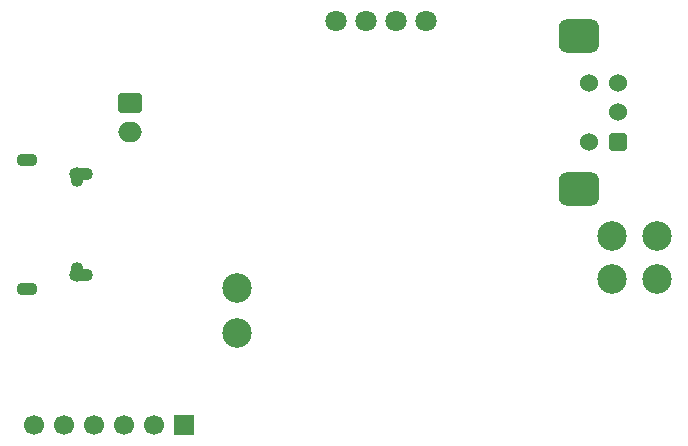
<source format=gbs>
G04 #@! TF.GenerationSoftware,KiCad,Pcbnew,9.0.1*
G04 #@! TF.CreationDate,2025-10-21T09:50:54-05:00*
G04 #@! TF.ProjectId,STM32 Cyber Watch,53544d33-3220-4437-9962-657220576174,rev?*
G04 #@! TF.SameCoordinates,Original*
G04 #@! TF.FileFunction,Soldermask,Bot*
G04 #@! TF.FilePolarity,Negative*
%FSLAX46Y46*%
G04 Gerber Fmt 4.6, Leading zero omitted, Abs format (unit mm)*
G04 Created by KiCad (PCBNEW 9.0.1) date 2025-10-21 09:50:54*
%MOMM*%
%LPD*%
G01*
G04 APERTURE LIST*
G04 Aperture macros list*
%AMRoundRect*
0 Rectangle with rounded corners*
0 $1 Rounding radius*
0 $2 $3 $4 $5 $6 $7 $8 $9 X,Y pos of 4 corners*
0 Add a 4 corners polygon primitive as box body*
4,1,4,$2,$3,$4,$5,$6,$7,$8,$9,$2,$3,0*
0 Add four circle primitives for the rounded corners*
1,1,$1+$1,$2,$3*
1,1,$1+$1,$4,$5*
1,1,$1+$1,$6,$7*
1,1,$1+$1,$8,$9*
0 Add four rect primitives between the rounded corners*
20,1,$1+$1,$2,$3,$4,$5,0*
20,1,$1+$1,$4,$5,$6,$7,0*
20,1,$1+$1,$6,$7,$8,$9,0*
20,1,$1+$1,$8,$9,$2,$3,0*%
G04 Aperture macros list end*
%ADD10O,2.000000X1.100000*%
%ADD11O,1.100000X1.700000*%
%ADD12O,1.800000X1.100000*%
%ADD13O,2.000000X1.700000*%
%ADD14RoundRect,0.250000X-0.750000X0.600000X-0.750000X-0.600000X0.750000X-0.600000X0.750000X0.600000X0*%
%ADD15C,2.500000*%
%ADD16RoundRect,0.725000X-0.975000X-0.725000X0.975000X-0.725000X0.975000X0.725000X-0.975000X0.725000X0*%
%ADD17C,1.524000*%
%ADD18RoundRect,0.250000X0.512000X-0.512000X0.512000X0.512000X-0.512000X0.512000X-0.512000X-0.512000X0*%
%ADD19C,1.800000*%
%ADD20R,1.700000X1.700000*%
%ADD21C,1.700000*%
G04 APERTURE END LIST*
D10*
X136050000Y-129500000D03*
D11*
X135650000Y-129200000D03*
X135650000Y-121200000D03*
D10*
X136050000Y-120900000D03*
D12*
X131450000Y-119700000D03*
X131450000Y-130700000D03*
D13*
X140200000Y-117400000D03*
D14*
X140200000Y-114900000D03*
D15*
X184800000Y-126200000D03*
X181000000Y-126200000D03*
D16*
X178200000Y-109250000D03*
X178200000Y-122150000D03*
D17*
X179000000Y-113200000D03*
X179000000Y-118200000D03*
X181500000Y-115700000D03*
X181500000Y-113200000D03*
D18*
X181500000Y-118200000D03*
D15*
X181000000Y-129800000D03*
X184800000Y-129800000D03*
X149200000Y-130600000D03*
X149200000Y-134400000D03*
D19*
X157630000Y-107950000D03*
X160170000Y-107950000D03*
X162710000Y-107950000D03*
X165250000Y-107950000D03*
D20*
X144700000Y-142200000D03*
D21*
X142160000Y-142200000D03*
X139620000Y-142200000D03*
X137080000Y-142200000D03*
X134540000Y-142200000D03*
X132000000Y-142200000D03*
M02*

</source>
